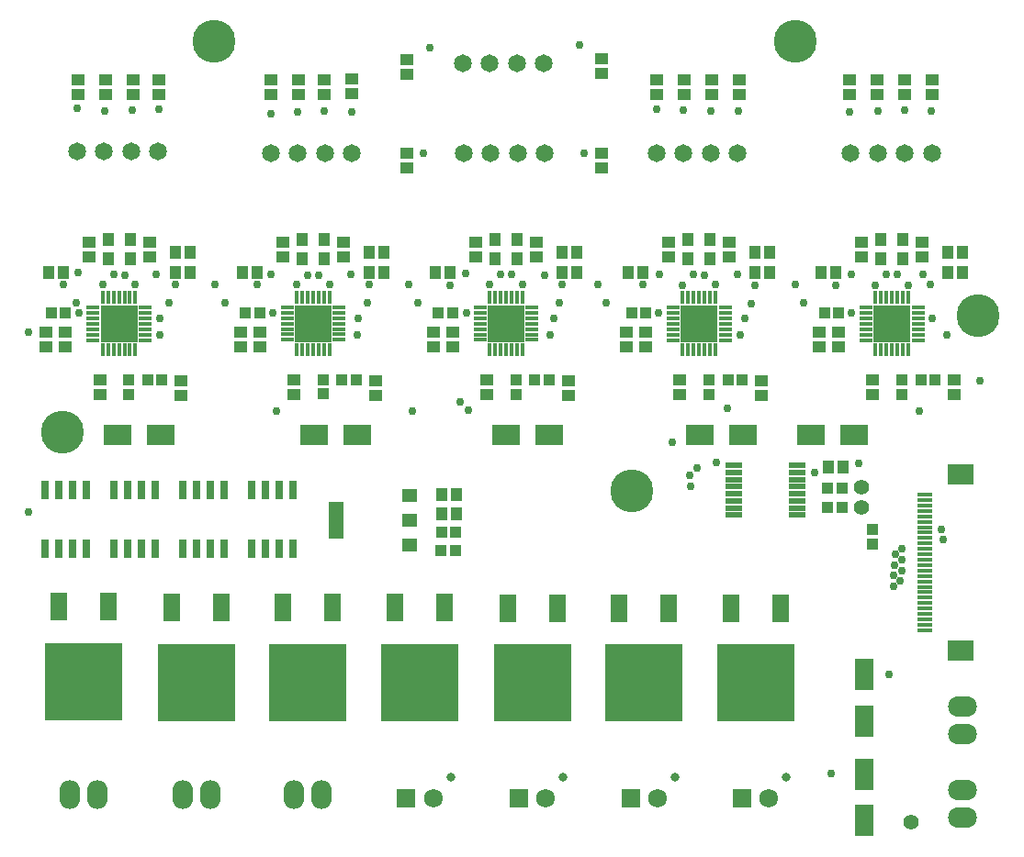
<source format=gts>
G04*
G04 #@! TF.GenerationSoftware,Altium Limited,Altium Designer,23.3.1 (30)*
G04*
G04 Layer_Color=8388736*
%FSLAX25Y25*%
%MOIN*%
G70*
G04*
G04 #@! TF.SameCoordinates,D820F0C6-32BC-4761-972E-96396E6F3E69*
G04*
G04*
G04 #@! TF.FilePolarity,Negative*
G04*
G01*
G75*
%ADD32R,0.09252X0.07677*%
%ADD33R,0.05709X0.01772*%
%ADD34R,0.06398X0.02362*%
%ADD35R,0.04528X0.01772*%
%ADD36R,0.01772X0.04528*%
%ADD37R,0.13189X0.13189*%
%ADD38R,0.03937X0.04331*%
%ADD39R,0.04331X0.03937*%
%ADD40R,0.04134X0.04528*%
%ADD41R,0.04528X0.04134*%
%ADD42R,0.10433X0.07284*%
%ADD43R,0.05315X0.04528*%
%ADD44R,0.05315X0.13583*%
%ADD45R,0.06496X0.10433*%
%ADD46R,0.28150X0.28150*%
%ADD47R,0.03150X0.06594*%
%ADD48R,0.06890X0.11614*%
%ADD49C,0.06496*%
%ADD50O,0.10433X0.07480*%
%ADD51O,0.07480X0.10433*%
%ADD52R,0.06791X0.06791*%
%ADD53C,0.06791*%
%ADD54C,0.03150*%
%ADD55C,0.05591*%
%ADD56C,0.02953*%
%ADD57C,0.15591*%
D32*
X593295Y281382D02*
D03*
Y217209D02*
D03*
D33*
X580500Y273902D02*
D03*
Y271933D02*
D03*
Y269965D02*
D03*
Y267996D02*
D03*
Y266028D02*
D03*
Y264059D02*
D03*
Y262091D02*
D03*
Y260122D02*
D03*
Y258154D02*
D03*
Y256185D02*
D03*
Y254217D02*
D03*
Y252248D02*
D03*
Y250279D02*
D03*
Y248311D02*
D03*
Y246342D02*
D03*
Y244374D02*
D03*
Y242406D02*
D03*
Y240437D02*
D03*
Y238469D02*
D03*
Y236500D02*
D03*
Y234531D02*
D03*
Y232563D02*
D03*
Y230594D02*
D03*
Y228626D02*
D03*
Y226658D02*
D03*
Y224689D02*
D03*
D34*
X534267Y284457D02*
D03*
Y281898D02*
D03*
Y279339D02*
D03*
Y276780D02*
D03*
Y274220D02*
D03*
Y271661D02*
D03*
Y269102D02*
D03*
Y266543D02*
D03*
X511133D02*
D03*
Y269102D02*
D03*
Y271661D02*
D03*
Y274220D02*
D03*
Y276780D02*
D03*
Y279339D02*
D03*
Y281898D02*
D03*
Y284457D02*
D03*
D35*
X278551Y341905D02*
D03*
Y339937D02*
D03*
Y337968D02*
D03*
Y336000D02*
D03*
Y334032D02*
D03*
Y332063D02*
D03*
Y330095D02*
D03*
X297449D02*
D03*
Y332063D02*
D03*
Y334032D02*
D03*
Y336000D02*
D03*
Y337968D02*
D03*
Y339937D02*
D03*
Y341905D02*
D03*
X577949D02*
D03*
Y339937D02*
D03*
Y337968D02*
D03*
Y336000D02*
D03*
Y334032D02*
D03*
Y332063D02*
D03*
Y330095D02*
D03*
X559051D02*
D03*
Y332063D02*
D03*
Y334032D02*
D03*
Y336000D02*
D03*
Y337968D02*
D03*
Y339937D02*
D03*
Y341905D02*
D03*
X507949D02*
D03*
Y339937D02*
D03*
Y337968D02*
D03*
Y336000D02*
D03*
Y334032D02*
D03*
Y332063D02*
D03*
Y330095D02*
D03*
X489051D02*
D03*
Y332063D02*
D03*
Y334032D02*
D03*
Y336000D02*
D03*
Y337968D02*
D03*
Y339937D02*
D03*
Y341905D02*
D03*
X437898Y341937D02*
D03*
Y339968D02*
D03*
Y338000D02*
D03*
Y336032D02*
D03*
Y334063D02*
D03*
Y332095D02*
D03*
Y330126D02*
D03*
X419000D02*
D03*
Y332095D02*
D03*
Y334063D02*
D03*
Y336032D02*
D03*
Y338000D02*
D03*
Y339968D02*
D03*
Y341937D02*
D03*
X367898Y341968D02*
D03*
Y340000D02*
D03*
Y338032D02*
D03*
Y336063D02*
D03*
Y334095D02*
D03*
Y332126D02*
D03*
Y330157D02*
D03*
X349000D02*
D03*
Y332126D02*
D03*
Y334095D02*
D03*
Y336063D02*
D03*
Y338032D02*
D03*
Y340000D02*
D03*
Y341968D02*
D03*
D36*
X282095Y326551D02*
D03*
X284063D02*
D03*
X286032D02*
D03*
X288000D02*
D03*
X289968D02*
D03*
X291937D02*
D03*
X293905D02*
D03*
Y345449D02*
D03*
X291937D02*
D03*
X289968D02*
D03*
X288000D02*
D03*
X286032D02*
D03*
X284063D02*
D03*
X282095D02*
D03*
X562595D02*
D03*
X564563D02*
D03*
X566532D02*
D03*
X568500D02*
D03*
X570469D02*
D03*
X572437D02*
D03*
X574405D02*
D03*
Y326551D02*
D03*
X572437D02*
D03*
X570469D02*
D03*
X568500D02*
D03*
X566532D02*
D03*
X564563D02*
D03*
X562595D02*
D03*
X492594Y345449D02*
D03*
X494563D02*
D03*
X496531D02*
D03*
X498500D02*
D03*
X500468D02*
D03*
X502437D02*
D03*
X504405D02*
D03*
Y326551D02*
D03*
X502437D02*
D03*
X500468D02*
D03*
X498500D02*
D03*
X496531D02*
D03*
X494563D02*
D03*
X492594D02*
D03*
X422543Y345480D02*
D03*
X424512D02*
D03*
X426480D02*
D03*
X428449D02*
D03*
X430417D02*
D03*
X432386D02*
D03*
X434354D02*
D03*
Y326583D02*
D03*
X432386D02*
D03*
X430417D02*
D03*
X428449D02*
D03*
X426480D02*
D03*
X424512D02*
D03*
X422543D02*
D03*
X352543Y345512D02*
D03*
X354512D02*
D03*
X356480D02*
D03*
X358449D02*
D03*
X360417D02*
D03*
X362386D02*
D03*
X364354D02*
D03*
Y326614D02*
D03*
X362386D02*
D03*
X360417D02*
D03*
X358449D02*
D03*
X356480D02*
D03*
X354512D02*
D03*
X352543D02*
D03*
D37*
X288000Y336000D02*
D03*
X358449Y336063D02*
D03*
X568500Y336000D02*
D03*
X498500D02*
D03*
X428449Y336032D02*
D03*
D38*
X303559Y315449D02*
D03*
X298441D02*
D03*
X268559Y339949D02*
D03*
X263441D02*
D03*
X543941Y339949D02*
D03*
X549059D02*
D03*
X578941Y315449D02*
D03*
X584059D02*
D03*
X508941D02*
D03*
X514059D02*
D03*
X473941Y339949D02*
D03*
X479059D02*
D03*
X444008Y315480D02*
D03*
X438890D02*
D03*
X403890Y339980D02*
D03*
X409008D02*
D03*
X368890Y315512D02*
D03*
X374008D02*
D03*
X333890Y340012D02*
D03*
X339008D02*
D03*
X545241Y276300D02*
D03*
X550359D02*
D03*
X545241Y269200D02*
D03*
X550359D02*
D03*
X410059Y260300D02*
D03*
X404941D02*
D03*
X410018Y253500D02*
D03*
X404900D02*
D03*
D39*
X291500Y310390D02*
D03*
Y315508D02*
D03*
X572000Y315508D02*
D03*
Y310390D02*
D03*
X502000Y315508D02*
D03*
Y310390D02*
D03*
X431949Y315539D02*
D03*
Y310421D02*
D03*
X361949Y315571D02*
D03*
Y310453D02*
D03*
X561500Y261218D02*
D03*
Y256100D02*
D03*
D40*
X292000Y359449D02*
D03*
Y366535D02*
D03*
X284000Y359449D02*
D03*
Y366535D02*
D03*
X262343Y354449D02*
D03*
X267657D02*
D03*
X313657D02*
D03*
X308343D02*
D03*
Y361949D02*
D03*
X313657D02*
D03*
X545442Y284100D02*
D03*
X550758D02*
D03*
X588842Y354449D02*
D03*
X594158D02*
D03*
Y361949D02*
D03*
X588842D02*
D03*
X548158Y354449D02*
D03*
X542842D02*
D03*
X564500Y366535D02*
D03*
Y359449D02*
D03*
X572500Y366535D02*
D03*
Y359449D02*
D03*
X518843Y354449D02*
D03*
X524157D02*
D03*
X502500Y366535D02*
D03*
Y359449D02*
D03*
X494500Y366535D02*
D03*
Y359449D02*
D03*
X478158Y354449D02*
D03*
X472843D02*
D03*
X524157Y361949D02*
D03*
X518843D02*
D03*
X432449Y366567D02*
D03*
Y359480D02*
D03*
X424449Y366567D02*
D03*
Y359480D02*
D03*
X408106Y354480D02*
D03*
X402791D02*
D03*
X448791D02*
D03*
X454106D02*
D03*
Y361980D02*
D03*
X448791D02*
D03*
X362449Y366598D02*
D03*
Y359512D02*
D03*
X354449Y366598D02*
D03*
Y359512D02*
D03*
X338106Y354512D02*
D03*
X332791D02*
D03*
X378791D02*
D03*
X384106D02*
D03*
Y362012D02*
D03*
X378791D02*
D03*
X410558Y273800D02*
D03*
X405242D02*
D03*
X410558Y267000D02*
D03*
X405242D02*
D03*
D41*
X281000Y310134D02*
D03*
Y315449D02*
D03*
X261500Y332949D02*
D03*
Y327634D02*
D03*
X268500Y332949D02*
D03*
Y327634D02*
D03*
X299000Y360134D02*
D03*
Y365449D02*
D03*
X277000Y360291D02*
D03*
Y365606D02*
D03*
X310500Y315158D02*
D03*
Y309842D02*
D03*
X549000Y327634D02*
D03*
Y332949D02*
D03*
X542000Y327634D02*
D03*
Y332949D02*
D03*
X557500Y365606D02*
D03*
Y360291D02*
D03*
X579500Y365449D02*
D03*
Y360134D02*
D03*
X591000Y315500D02*
D03*
Y310185D02*
D03*
X561500Y315449D02*
D03*
Y310134D02*
D03*
X479000Y327634D02*
D03*
Y332949D02*
D03*
X472000Y327634D02*
D03*
Y332949D02*
D03*
X491500Y315449D02*
D03*
Y310134D02*
D03*
X521000Y315315D02*
D03*
Y310000D02*
D03*
X509500Y365449D02*
D03*
Y360134D02*
D03*
X487500Y365606D02*
D03*
Y360291D02*
D03*
X421449Y315480D02*
D03*
Y310165D02*
D03*
X451000Y315315D02*
D03*
Y310000D02*
D03*
X401949Y327665D02*
D03*
Y332980D02*
D03*
X408949Y327665D02*
D03*
Y332980D02*
D03*
X439449Y365480D02*
D03*
Y360165D02*
D03*
X417449Y365638D02*
D03*
Y360323D02*
D03*
X347449Y365669D02*
D03*
Y360354D02*
D03*
X369449Y365512D02*
D03*
Y360197D02*
D03*
X351449Y315512D02*
D03*
Y310197D02*
D03*
X331949Y327697D02*
D03*
Y333012D02*
D03*
X338949Y327697D02*
D03*
Y333012D02*
D03*
X381000Y315315D02*
D03*
Y310000D02*
D03*
X293000Y424657D02*
D03*
Y419343D02*
D03*
X583000Y424657D02*
D03*
Y419343D02*
D03*
X573000Y424657D02*
D03*
Y419343D02*
D03*
X513000Y424657D02*
D03*
Y419343D02*
D03*
X503000Y424657D02*
D03*
Y419343D02*
D03*
X463000Y392685D02*
D03*
Y398000D02*
D03*
Y426842D02*
D03*
Y432158D02*
D03*
X372500Y424815D02*
D03*
Y419500D02*
D03*
X362500Y424657D02*
D03*
Y419343D02*
D03*
X302500Y424657D02*
D03*
Y419343D02*
D03*
X283000Y424657D02*
D03*
Y419343D02*
D03*
X553000Y424657D02*
D03*
Y419343D02*
D03*
X563000Y424657D02*
D03*
Y419343D02*
D03*
X483000Y424657D02*
D03*
Y419343D02*
D03*
X493000Y424657D02*
D03*
Y419343D02*
D03*
X392500Y392685D02*
D03*
Y398000D02*
D03*
Y426685D02*
D03*
Y432000D02*
D03*
X343000Y424657D02*
D03*
Y419343D02*
D03*
X353000Y424657D02*
D03*
Y419343D02*
D03*
X273000Y424657D02*
D03*
Y419343D02*
D03*
D42*
X303248Y295500D02*
D03*
X287500D02*
D03*
X444248D02*
D03*
X428500D02*
D03*
X539126D02*
D03*
X554874D02*
D03*
X374374D02*
D03*
X358626D02*
D03*
X514374D02*
D03*
X498626D02*
D03*
D43*
X393386Y255445D02*
D03*
Y264500D02*
D03*
Y273555D02*
D03*
D44*
X366614Y264500D02*
D03*
D45*
X406055Y232846D02*
D03*
X387945D02*
D03*
X447055Y232665D02*
D03*
X428945D02*
D03*
X325055Y232846D02*
D03*
X306945D02*
D03*
X365555D02*
D03*
X347445D02*
D03*
X284055Y233165D02*
D03*
X265945D02*
D03*
X487555Y232665D02*
D03*
X469445D02*
D03*
X528055D02*
D03*
X509945D02*
D03*
D46*
X397000Y205681D02*
D03*
X438000Y205500D02*
D03*
X316000Y205681D02*
D03*
X356500D02*
D03*
X275000Y206000D02*
D03*
X478500Y205500D02*
D03*
X519000D02*
D03*
D47*
X301000Y254323D02*
D03*
X296000D02*
D03*
X291000D02*
D03*
X286000D02*
D03*
Y275677D02*
D03*
X291000D02*
D03*
X296000D02*
D03*
X301000D02*
D03*
X326000Y254323D02*
D03*
X321000D02*
D03*
X316000D02*
D03*
X311000D02*
D03*
Y275677D02*
D03*
X316000D02*
D03*
X321000D02*
D03*
X326000D02*
D03*
X351000Y254323D02*
D03*
X346000D02*
D03*
X341000D02*
D03*
X336000D02*
D03*
Y275677D02*
D03*
X341000D02*
D03*
X346000D02*
D03*
X351000D02*
D03*
X276000Y254323D02*
D03*
X271000D02*
D03*
X266000D02*
D03*
X261000D02*
D03*
Y275677D02*
D03*
X266000D02*
D03*
X271000D02*
D03*
X276000D02*
D03*
D48*
X558500Y208465D02*
D03*
Y191535D02*
D03*
Y172429D02*
D03*
Y155500D02*
D03*
D49*
X583028Y398000D02*
D03*
X573185D02*
D03*
X563343D02*
D03*
X553500D02*
D03*
X512528D02*
D03*
X502685D02*
D03*
X492842D02*
D03*
X483000D02*
D03*
X442185Y430500D02*
D03*
X432342D02*
D03*
X422500D02*
D03*
X412657D02*
D03*
X442528Y398000D02*
D03*
X432685D02*
D03*
X422843D02*
D03*
X413000D02*
D03*
X372528D02*
D03*
X362685D02*
D03*
X352842D02*
D03*
X343000D02*
D03*
X302185Y398500D02*
D03*
X292342D02*
D03*
X282500D02*
D03*
X272657D02*
D03*
D50*
X594000Y187000D02*
D03*
Y197000D02*
D03*
Y156500D02*
D03*
Y166500D02*
D03*
D51*
X280000Y165000D02*
D03*
X270000D02*
D03*
X361500D02*
D03*
X351500D02*
D03*
X321000D02*
D03*
X311000D02*
D03*
D52*
X433000Y163500D02*
D03*
X392158D02*
D03*
X514000D02*
D03*
X473658D02*
D03*
D53*
X442842D02*
D03*
X402000D02*
D03*
X523842D02*
D03*
X483500D02*
D03*
D54*
X449142Y171374D02*
D03*
X408299D02*
D03*
X530142D02*
D03*
X489799D02*
D03*
D55*
X557600Y276500D02*
D03*
Y269300D02*
D03*
X575500Y155100D02*
D03*
X288000Y336000D02*
D03*
X358449Y336063D02*
D03*
X428449Y336032D02*
D03*
X498500Y336000D02*
D03*
X568500D02*
D03*
X285000Y196500D02*
D03*
X278500D02*
D03*
X272000D02*
D03*
X285000Y203000D02*
D03*
X278500D02*
D03*
X272000D02*
D03*
X285000Y209500D02*
D03*
X278500D02*
D03*
X272000D02*
D03*
X265500Y196500D02*
D03*
Y203000D02*
D03*
Y209500D02*
D03*
X285000Y215500D02*
D03*
X278500D02*
D03*
X272000D02*
D03*
X265500D02*
D03*
X326000Y196000D02*
D03*
X319500D02*
D03*
X313000D02*
D03*
X326000Y202500D02*
D03*
X319500D02*
D03*
X313000D02*
D03*
X326000Y209000D02*
D03*
X319500D02*
D03*
X313000D02*
D03*
X306500Y196000D02*
D03*
Y202500D02*
D03*
Y209000D02*
D03*
X326000Y215000D02*
D03*
X319500D02*
D03*
X313000D02*
D03*
X306500D02*
D03*
X366500Y196000D02*
D03*
X360000D02*
D03*
X353500D02*
D03*
X366500Y202500D02*
D03*
X360000D02*
D03*
X353500D02*
D03*
X366500Y209000D02*
D03*
X360000D02*
D03*
X353500D02*
D03*
X347000Y196000D02*
D03*
Y202500D02*
D03*
Y209000D02*
D03*
X366500Y215000D02*
D03*
X360000D02*
D03*
X353500D02*
D03*
X347000D02*
D03*
X407000Y196000D02*
D03*
X400500D02*
D03*
X394000D02*
D03*
X407000Y202500D02*
D03*
X400500D02*
D03*
X394000D02*
D03*
X407000Y209000D02*
D03*
X400500D02*
D03*
X394000D02*
D03*
X387500Y196000D02*
D03*
Y202500D02*
D03*
Y209000D02*
D03*
X407000Y215000D02*
D03*
X400500D02*
D03*
X394000D02*
D03*
X387500D02*
D03*
X448000Y196000D02*
D03*
X441500D02*
D03*
X435000D02*
D03*
X448000Y202500D02*
D03*
X441500D02*
D03*
X435000D02*
D03*
X448000Y209000D02*
D03*
X441500D02*
D03*
X435000D02*
D03*
X428500Y196000D02*
D03*
Y202500D02*
D03*
Y209000D02*
D03*
X448000Y215000D02*
D03*
X441500D02*
D03*
X435000D02*
D03*
X428500D02*
D03*
X509500D02*
D03*
X516000D02*
D03*
X522500D02*
D03*
X529000D02*
D03*
Y209000D02*
D03*
X522500D02*
D03*
X516000D02*
D03*
X509500D02*
D03*
Y202500D02*
D03*
X516000D02*
D03*
X522500D02*
D03*
X529000D02*
D03*
Y196000D02*
D03*
X522500D02*
D03*
X516000D02*
D03*
X509500D02*
D03*
X469000Y215000D02*
D03*
X475500D02*
D03*
X482000D02*
D03*
X488500D02*
D03*
X469000Y209000D02*
D03*
Y202500D02*
D03*
Y196000D02*
D03*
X475500Y209000D02*
D03*
X482000D02*
D03*
X488500D02*
D03*
X475500Y202500D02*
D03*
X482000D02*
D03*
X488500D02*
D03*
X475500Y196000D02*
D03*
X482000D02*
D03*
X488500D02*
D03*
D56*
X536500Y343500D02*
D03*
X515200Y337900D02*
D03*
X396400Y343500D02*
D03*
X374800Y337800D02*
D03*
X582900Y413400D02*
D03*
X582600Y350200D02*
D03*
X579826Y354081D02*
D03*
X573122Y413590D02*
D03*
X570500Y354000D02*
D03*
X563400Y413300D02*
D03*
X566500Y354000D02*
D03*
X553000Y413000D02*
D03*
X553900Y353900D02*
D03*
X512700Y413400D02*
D03*
X512500Y353900D02*
D03*
X502663Y413433D02*
D03*
X500400Y353700D02*
D03*
X492900Y413500D02*
D03*
X496500Y353800D02*
D03*
X482939Y413795D02*
D03*
X484092Y353960D02*
D03*
X456753Y397906D02*
D03*
X442600Y353631D02*
D03*
X455251Y437139D02*
D03*
X430500Y353900D02*
D03*
X400800Y436400D02*
D03*
X426600Y354000D02*
D03*
X398600Y398100D02*
D03*
X413800Y354300D02*
D03*
X414000Y339968D02*
D03*
X372500Y412900D02*
D03*
X372156Y353941D02*
D03*
X362600Y413300D02*
D03*
X360400Y353700D02*
D03*
X352900Y412900D02*
D03*
X356500Y353700D02*
D03*
X422581Y350200D02*
D03*
X343200Y353800D02*
D03*
X343000Y412400D02*
D03*
X302321Y414057D02*
D03*
X292700Y413700D02*
D03*
X282800Y413300D02*
D03*
X301500Y353900D02*
D03*
X290000Y353700D02*
D03*
X286000Y353800D02*
D03*
X272800Y414300D02*
D03*
X273200Y354600D02*
D03*
X272600Y343500D02*
D03*
X273561Y339937D02*
D03*
X574400Y350000D02*
D03*
X562600Y350100D02*
D03*
X548200Y350000D02*
D03*
X533400Y350200D02*
D03*
X518810Y350070D02*
D03*
X504400Y350200D02*
D03*
X492600Y350100D02*
D03*
X478200Y350200D02*
D03*
X461800D02*
D03*
X448900D02*
D03*
X434400D02*
D03*
X408100Y350100D02*
D03*
X393200Y350300D02*
D03*
X378842Y350206D02*
D03*
X364400Y350300D02*
D03*
X352500Y350200D02*
D03*
X338100D02*
D03*
X322800D02*
D03*
X308300D02*
D03*
X293900D02*
D03*
X282100D02*
D03*
X267700D02*
D03*
X255100Y333000D02*
D03*
X255200Y267600D02*
D03*
X306200Y343500D02*
D03*
X302900Y337900D02*
D03*
X326600Y343500D02*
D03*
X378200D02*
D03*
X447800D02*
D03*
X445800Y338000D02*
D03*
X464900Y343500D02*
D03*
X517500Y343400D02*
D03*
X600400Y315400D02*
D03*
X556600Y285400D02*
D03*
X343800Y339900D02*
D03*
X483880Y339880D02*
D03*
X553911Y339895D02*
D03*
X588431Y332026D02*
D03*
X586954Y257740D02*
D03*
X586500Y261300D02*
D03*
X583000Y337900D02*
D03*
X578400Y304200D02*
D03*
X540500Y281900D02*
D03*
X572200Y254200D02*
D03*
X569700Y252256D02*
D03*
X513300Y332100D02*
D03*
X504800Y285600D02*
D03*
X508900Y305200D02*
D03*
X302800Y332026D02*
D03*
X374600Y332089D02*
D03*
X411823Y307623D02*
D03*
X414873Y304573D02*
D03*
X444400Y332057D02*
D03*
X569600Y248393D02*
D03*
X572100Y250300D02*
D03*
X497700Y283600D02*
D03*
X488900Y293100D02*
D03*
X495000Y281000D02*
D03*
X495396Y277096D02*
D03*
X394600Y304200D02*
D03*
X345200Y304300D02*
D03*
X572069Y246305D02*
D03*
X571500Y242443D02*
D03*
X569000Y240669D02*
D03*
Y244531D02*
D03*
X567600Y208600D02*
D03*
X546400Y172500D02*
D03*
D57*
X599800Y338800D02*
D03*
X474000Y275200D02*
D03*
X267500Y296500D02*
D03*
X533500Y438500D02*
D03*
X322500D02*
D03*
M02*

</source>
